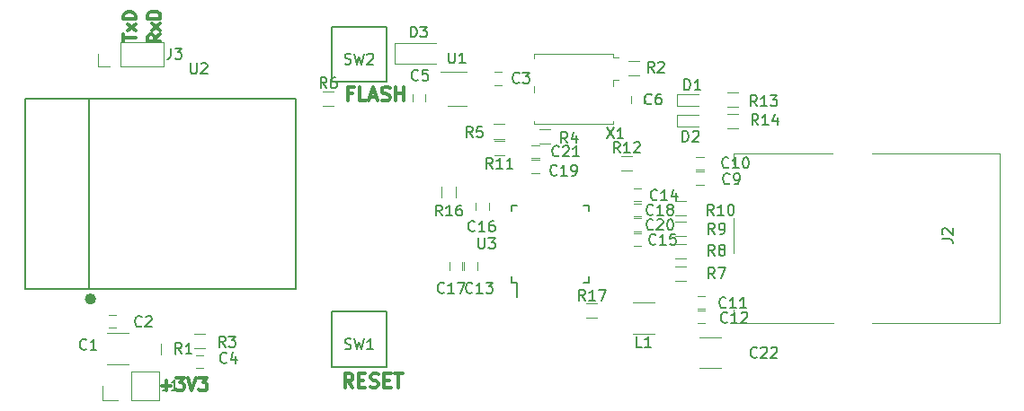
<source format=gbr>
G04 #@! TF.FileFunction,Legend,Top*
%FSLAX46Y46*%
G04 Gerber Fmt 4.6, Leading zero omitted, Abs format (unit mm)*
G04 Created by KiCad (PCBNEW 4.0.6) date Sat Oct 21 15:15:02 2017*
%MOMM*%
%LPD*%
G01*
G04 APERTURE LIST*
%ADD10C,0.100000*%
%ADD11C,0.300000*%
%ADD12C,0.120000*%
%ADD13C,0.150000*%
%ADD14C,0.500000*%
G04 APERTURE END LIST*
D10*
D11*
X93082857Y-75834285D02*
X92511429Y-76234285D01*
X93082857Y-76520000D02*
X91882857Y-76520000D01*
X91882857Y-76062857D01*
X91940000Y-75948571D01*
X91997143Y-75891428D01*
X92111429Y-75834285D01*
X92282857Y-75834285D01*
X92397143Y-75891428D01*
X92454286Y-75948571D01*
X92511429Y-76062857D01*
X92511429Y-76520000D01*
X93082857Y-75434285D02*
X92282857Y-74805714D01*
X92282857Y-75434285D02*
X93082857Y-74805714D01*
X93082857Y-74348571D02*
X91882857Y-74348571D01*
X91882857Y-74062856D01*
X91940000Y-73891428D01*
X92054286Y-73777142D01*
X92168571Y-73719999D01*
X92397143Y-73662856D01*
X92568571Y-73662856D01*
X92797143Y-73719999D01*
X92911429Y-73777142D01*
X93025714Y-73891428D01*
X93082857Y-74062856D01*
X93082857Y-74348571D01*
X89572857Y-76458571D02*
X89572857Y-75772857D01*
X90772857Y-76115714D02*
X89572857Y-76115714D01*
X90772857Y-75487142D02*
X89972857Y-74858571D01*
X89972857Y-75487142D02*
X90772857Y-74858571D01*
X90772857Y-74401428D02*
X89572857Y-74401428D01*
X89572857Y-74115713D01*
X89630000Y-73944285D01*
X89744286Y-73829999D01*
X89858571Y-73772856D01*
X90087143Y-73715713D01*
X90258571Y-73715713D01*
X90487143Y-73772856D01*
X90601429Y-73829999D01*
X90715714Y-73944285D01*
X90772857Y-74115713D01*
X90772857Y-74401428D01*
X93185715Y-108985714D02*
X94100001Y-108985714D01*
X93642858Y-109442857D02*
X93642858Y-108528571D01*
X94557144Y-108242857D02*
X95300001Y-108242857D01*
X94900001Y-108700000D01*
X95071429Y-108700000D01*
X95185715Y-108757143D01*
X95242858Y-108814286D01*
X95300001Y-108928571D01*
X95300001Y-109214286D01*
X95242858Y-109328571D01*
X95185715Y-109385714D01*
X95071429Y-109442857D01*
X94728572Y-109442857D01*
X94614286Y-109385714D01*
X94557144Y-109328571D01*
X95642858Y-108242857D02*
X96042858Y-109442857D01*
X96442858Y-108242857D01*
X96728572Y-108242857D02*
X97471429Y-108242857D01*
X97071429Y-108700000D01*
X97242857Y-108700000D01*
X97357143Y-108757143D01*
X97414286Y-108814286D01*
X97471429Y-108928571D01*
X97471429Y-109214286D01*
X97414286Y-109328571D01*
X97357143Y-109385714D01*
X97242857Y-109442857D01*
X96900000Y-109442857D01*
X96785714Y-109385714D01*
X96728572Y-109328571D01*
X111152381Y-81427143D02*
X110719048Y-81427143D01*
X110719048Y-82108095D02*
X110719048Y-80808095D01*
X111338095Y-80808095D01*
X112452381Y-82108095D02*
X111833334Y-82108095D01*
X111833334Y-80808095D01*
X112823810Y-81736667D02*
X113442858Y-81736667D01*
X112700001Y-82108095D02*
X113133334Y-80808095D01*
X113566667Y-82108095D01*
X113938096Y-82046190D02*
X114123810Y-82108095D01*
X114433334Y-82108095D01*
X114557144Y-82046190D01*
X114619048Y-81984286D01*
X114680953Y-81860476D01*
X114680953Y-81736667D01*
X114619048Y-81612857D01*
X114557144Y-81550952D01*
X114433334Y-81489048D01*
X114185715Y-81427143D01*
X114061906Y-81365238D01*
X114000001Y-81303333D01*
X113938096Y-81179524D01*
X113938096Y-81055714D01*
X114000001Y-80931905D01*
X114061906Y-80870000D01*
X114185715Y-80808095D01*
X114495239Y-80808095D01*
X114680953Y-80870000D01*
X115238096Y-82108095D02*
X115238096Y-80808095D01*
X115238096Y-81427143D02*
X115980953Y-81427143D01*
X115980953Y-82108095D02*
X115980953Y-80808095D01*
X111191906Y-109138095D02*
X110758573Y-108519048D01*
X110449049Y-109138095D02*
X110449049Y-107838095D01*
X110944287Y-107838095D01*
X111068096Y-107900000D01*
X111130001Y-107961905D01*
X111191906Y-108085714D01*
X111191906Y-108271429D01*
X111130001Y-108395238D01*
X111068096Y-108457143D01*
X110944287Y-108519048D01*
X110449049Y-108519048D01*
X111749049Y-108457143D02*
X112182382Y-108457143D01*
X112368096Y-109138095D02*
X111749049Y-109138095D01*
X111749049Y-107838095D01*
X112368096Y-107838095D01*
X112863334Y-109076190D02*
X113049048Y-109138095D01*
X113358572Y-109138095D01*
X113482382Y-109076190D01*
X113544286Y-109014286D01*
X113606191Y-108890476D01*
X113606191Y-108766667D01*
X113544286Y-108642857D01*
X113482382Y-108580952D01*
X113358572Y-108519048D01*
X113110953Y-108457143D01*
X112987144Y-108395238D01*
X112925239Y-108333333D01*
X112863334Y-108209524D01*
X112863334Y-108085714D01*
X112925239Y-107961905D01*
X112987144Y-107900000D01*
X113110953Y-107838095D01*
X113420477Y-107838095D01*
X113606191Y-107900000D01*
X114163334Y-108457143D02*
X114596667Y-108457143D01*
X114782381Y-109138095D02*
X114163334Y-109138095D01*
X114163334Y-107838095D01*
X114782381Y-107838095D01*
X115153810Y-107838095D02*
X115896667Y-107838095D01*
X115525238Y-109138095D02*
X115525238Y-107838095D01*
D12*
X135700000Y-84000000D02*
X135700000Y-84300000D01*
X135700000Y-84300000D02*
X128300000Y-84300000D01*
X128300000Y-84300000D02*
X128300000Y-84000000D01*
X136200000Y-78000000D02*
X135700000Y-78000000D01*
X135700000Y-78000000D02*
X135700000Y-77700000D01*
X135700000Y-77700000D02*
X128300000Y-77700000D01*
X128300000Y-77800000D02*
X128300000Y-78100000D01*
X136200000Y-80100000D02*
X135700000Y-80100000D01*
X135700000Y-80100000D02*
X135700000Y-80700000D01*
X128300000Y-81300000D02*
X128300000Y-80700000D01*
X129787200Y-86156940D02*
X128787200Y-86156940D01*
X128787200Y-84796940D02*
X129787200Y-84796940D01*
X88050000Y-106980000D02*
X90050000Y-106980000D01*
X90050000Y-104020000D02*
X88050000Y-104020000D01*
X88900000Y-103500000D02*
X88200000Y-103500000D01*
X88200000Y-102300000D02*
X88900000Y-102300000D01*
X124550000Y-79400000D02*
X125250000Y-79400000D01*
X125250000Y-80600000D02*
X124550000Y-80600000D01*
X96450000Y-106100000D02*
X97150000Y-106100000D01*
X97150000Y-107300000D02*
X96450000Y-107300000D01*
X118000000Y-81450000D02*
X118000000Y-82150000D01*
X116800000Y-82150000D02*
X116800000Y-81450000D01*
X138600000Y-81650000D02*
X138600000Y-82350000D01*
X137400000Y-82350000D02*
X137400000Y-81650000D01*
X143550000Y-88800000D02*
X144250000Y-88800000D01*
X144250000Y-90000000D02*
X143550000Y-90000000D01*
X143550000Y-87400000D02*
X144250000Y-87400000D01*
X144250000Y-88600000D02*
X143550000Y-88600000D01*
X143650000Y-100500000D02*
X144350000Y-100500000D01*
X144350000Y-101700000D02*
X143650000Y-101700000D01*
X143650000Y-101900000D02*
X144350000Y-101900000D01*
X144350000Y-103100000D02*
X143650000Y-103100000D01*
X121700000Y-98050000D02*
X121700000Y-97350000D01*
X122900000Y-97350000D02*
X122900000Y-98050000D01*
X138350000Y-91600000D02*
X137650000Y-91600000D01*
X137650000Y-90400000D02*
X138350000Y-90400000D01*
X138350000Y-95800000D02*
X137650000Y-95800000D01*
X137650000Y-94600000D02*
X138350000Y-94600000D01*
X124000000Y-91750000D02*
X124000000Y-92450000D01*
X122800000Y-92450000D02*
X122800000Y-91750000D01*
X120300000Y-98050000D02*
X120300000Y-97350000D01*
X121500000Y-97350000D02*
X121500000Y-98050000D01*
X137650000Y-91800000D02*
X138350000Y-91800000D01*
X138350000Y-93000000D02*
X137650000Y-93000000D01*
X128750000Y-88900000D02*
X128050000Y-88900000D01*
X128050000Y-87700000D02*
X128750000Y-87700000D01*
X128750000Y-87500000D02*
X128050000Y-87500000D01*
X128050000Y-86300000D02*
X128750000Y-86300000D01*
X145860000Y-107350000D02*
X143860000Y-107350000D01*
X143860000Y-104390000D02*
X145860000Y-104390000D01*
X141700000Y-81450000D02*
X141700000Y-82550000D01*
X141700000Y-82550000D02*
X143800000Y-82550000D01*
X141700000Y-81450000D02*
X143800000Y-81450000D01*
X141700000Y-83450000D02*
X141700000Y-84550000D01*
X141700000Y-84550000D02*
X143800000Y-84550000D01*
X141700000Y-83450000D02*
X143800000Y-83450000D01*
X90320000Y-110390000D02*
X92980000Y-110390000D01*
X92980000Y-110390000D02*
X92980000Y-107610000D01*
X92980000Y-107610000D02*
X90320000Y-107610000D01*
X90320000Y-107610000D02*
X90320000Y-110390000D01*
X89050000Y-110390000D02*
X87660000Y-110390000D01*
X87660000Y-110390000D02*
X87660000Y-109000000D01*
X89300000Y-78820000D02*
X93420000Y-78820000D01*
X93420000Y-78820000D02*
X93420000Y-76580000D01*
X93420000Y-76580000D02*
X89300000Y-76580000D01*
X89300000Y-76580000D02*
X89300000Y-78820000D01*
X88300000Y-78820000D02*
X87180000Y-78820000D01*
X87180000Y-78820000D02*
X87180000Y-77700000D01*
X137600000Y-101120000D02*
X139600000Y-101120000D01*
X139600000Y-104080000D02*
X137600000Y-104080000D01*
X93120000Y-106000000D02*
X93120000Y-105000000D01*
X94480000Y-105000000D02*
X94480000Y-106000000D01*
X138200000Y-79680000D02*
X137200000Y-79680000D01*
X137200000Y-78320000D02*
X138200000Y-78320000D01*
X97300000Y-105480000D02*
X96300000Y-105480000D01*
X96300000Y-104120000D02*
X97300000Y-104120000D01*
X125500000Y-85680000D02*
X124500000Y-85680000D01*
X124500000Y-84320000D02*
X125500000Y-84320000D01*
X109400000Y-82580000D02*
X108400000Y-82580000D01*
X108400000Y-81220000D02*
X109400000Y-81220000D01*
X142600000Y-99080000D02*
X141600000Y-99080000D01*
X141600000Y-97720000D02*
X142600000Y-97720000D01*
X142600000Y-96980000D02*
X141600000Y-96980000D01*
X141600000Y-95620000D02*
X142600000Y-95620000D01*
X142600000Y-94880000D02*
X141600000Y-94880000D01*
X141600000Y-93520000D02*
X142600000Y-93520000D01*
X142600000Y-92880000D02*
X141600000Y-92880000D01*
X141600000Y-91520000D02*
X142600000Y-91520000D01*
X124508000Y-85912000D02*
X125508000Y-85912000D01*
X125508000Y-87272000D02*
X124508000Y-87272000D01*
X137500000Y-88680000D02*
X136500000Y-88680000D01*
X136500000Y-87320000D02*
X137500000Y-87320000D01*
X146500000Y-81320000D02*
X147500000Y-81320000D01*
X147500000Y-82680000D02*
X146500000Y-82680000D01*
X146500000Y-83320000D02*
X147500000Y-83320000D01*
X147500000Y-84680000D02*
X146500000Y-84680000D01*
D13*
X109200000Y-102000000D02*
X114400000Y-102000000D01*
X114400000Y-102000000D02*
X114400000Y-107200000D01*
X114400000Y-107200000D02*
X109200000Y-107200000D01*
X109200000Y-107200000D02*
X109200000Y-102000000D01*
X109200000Y-75100000D02*
X114400000Y-75100000D01*
X114400000Y-75100000D02*
X114400000Y-80300000D01*
X114400000Y-80300000D02*
X109200000Y-80300000D01*
X109200000Y-80300000D02*
X109200000Y-75100000D01*
D12*
X120100000Y-82610000D02*
X121900000Y-82610000D01*
X121900000Y-79390000D02*
X119450000Y-79390000D01*
D14*
X86779981Y-100806000D02*
G75*
G03X86779981Y-100806000I-283981J0D01*
G01*
D13*
X86350000Y-81900000D02*
X86350000Y-99900000D01*
X80350000Y-99900000D02*
X105850000Y-99900000D01*
X80350000Y-81900000D02*
X105850000Y-81900000D01*
X105850000Y-81900000D02*
X105850000Y-99900000D01*
X80350000Y-81900000D02*
X80350000Y-99900000D01*
X126175000Y-99225000D02*
X126625000Y-99225000D01*
X126175000Y-91975000D02*
X126700000Y-91975000D01*
X133425000Y-91975000D02*
X132900000Y-91975000D01*
X133425000Y-99225000D02*
X132900000Y-99225000D01*
X126175000Y-99225000D02*
X126175000Y-98700000D01*
X133425000Y-99225000D02*
X133425000Y-98700000D01*
X133425000Y-91975000D02*
X133425000Y-92500000D01*
X126175000Y-91975000D02*
X126175000Y-92500000D01*
X126625000Y-99225000D02*
X126625000Y-100600000D01*
D12*
X137650000Y-93200000D02*
X138350000Y-93200000D01*
X138350000Y-94400000D02*
X137650000Y-94400000D01*
X120930000Y-90200000D02*
X120930000Y-91200000D01*
X119570000Y-91200000D02*
X119570000Y-90200000D01*
X134220000Y-102610000D02*
X133220000Y-102610000D01*
X133220000Y-101250000D02*
X134220000Y-101250000D01*
X115140000Y-76650000D02*
X115140000Y-78650000D01*
X115140000Y-78650000D02*
X119040000Y-78650000D01*
X115140000Y-76650000D02*
X119040000Y-76650000D01*
X172070000Y-87060000D02*
X160130000Y-87060000D01*
X147050000Y-87060000D02*
X156350000Y-87060000D01*
X172070000Y-103060000D02*
X160130000Y-103060000D01*
X147050000Y-103060000D02*
X156430000Y-103060000D01*
X147050000Y-87060000D02*
X147050000Y-88080000D01*
X147050000Y-96460000D02*
X147050000Y-93160000D01*
X147050000Y-103060000D02*
X147050000Y-101790000D01*
X172110000Y-103060000D02*
X172110000Y-87060000D01*
D13*
X135120476Y-84647381D02*
X135787143Y-85647381D01*
X135787143Y-84647381D02*
X135120476Y-85647381D01*
X136691905Y-85647381D02*
X136120476Y-85647381D01*
X136406190Y-85647381D02*
X136406190Y-84647381D01*
X136310952Y-84790238D01*
X136215714Y-84885476D01*
X136120476Y-84933095D01*
X131414534Y-86076321D02*
X131081200Y-85600130D01*
X130843105Y-86076321D02*
X130843105Y-85076321D01*
X131224058Y-85076321D01*
X131319296Y-85123940D01*
X131366915Y-85171559D01*
X131414534Y-85266797D01*
X131414534Y-85409654D01*
X131366915Y-85504892D01*
X131319296Y-85552511D01*
X131224058Y-85600130D01*
X130843105Y-85600130D01*
X132271677Y-85409654D02*
X132271677Y-86076321D01*
X132033581Y-85028702D02*
X131795486Y-85742988D01*
X132414534Y-85742988D01*
X86106334Y-105491143D02*
X86058715Y-105538762D01*
X85915858Y-105586381D01*
X85820620Y-105586381D01*
X85677762Y-105538762D01*
X85582524Y-105443524D01*
X85534905Y-105348286D01*
X85487286Y-105157810D01*
X85487286Y-105014952D01*
X85534905Y-104824476D01*
X85582524Y-104729238D01*
X85677762Y-104634000D01*
X85820620Y-104586381D01*
X85915858Y-104586381D01*
X86058715Y-104634000D01*
X86106334Y-104681619D01*
X87058715Y-105586381D02*
X86487286Y-105586381D01*
X86773000Y-105586381D02*
X86773000Y-104586381D01*
X86677762Y-104729238D01*
X86582524Y-104824476D01*
X86487286Y-104872095D01*
X91313334Y-103332143D02*
X91265715Y-103379762D01*
X91122858Y-103427381D01*
X91027620Y-103427381D01*
X90884762Y-103379762D01*
X90789524Y-103284524D01*
X90741905Y-103189286D01*
X90694286Y-102998810D01*
X90694286Y-102855952D01*
X90741905Y-102665476D01*
X90789524Y-102570238D01*
X90884762Y-102475000D01*
X91027620Y-102427381D01*
X91122858Y-102427381D01*
X91265715Y-102475000D01*
X91313334Y-102522619D01*
X91694286Y-102522619D02*
X91741905Y-102475000D01*
X91837143Y-102427381D01*
X92075239Y-102427381D01*
X92170477Y-102475000D01*
X92218096Y-102522619D01*
X92265715Y-102617857D01*
X92265715Y-102713095D01*
X92218096Y-102855952D01*
X91646667Y-103427381D01*
X92265715Y-103427381D01*
X126873334Y-80345143D02*
X126825715Y-80392762D01*
X126682858Y-80440381D01*
X126587620Y-80440381D01*
X126444762Y-80392762D01*
X126349524Y-80297524D01*
X126301905Y-80202286D01*
X126254286Y-80011810D01*
X126254286Y-79868952D01*
X126301905Y-79678476D01*
X126349524Y-79583238D01*
X126444762Y-79488000D01*
X126587620Y-79440381D01*
X126682858Y-79440381D01*
X126825715Y-79488000D01*
X126873334Y-79535619D01*
X127206667Y-79440381D02*
X127825715Y-79440381D01*
X127492381Y-79821333D01*
X127635239Y-79821333D01*
X127730477Y-79868952D01*
X127778096Y-79916571D01*
X127825715Y-80011810D01*
X127825715Y-80249905D01*
X127778096Y-80345143D01*
X127730477Y-80392762D01*
X127635239Y-80440381D01*
X127349524Y-80440381D01*
X127254286Y-80392762D01*
X127206667Y-80345143D01*
X99314334Y-106761143D02*
X99266715Y-106808762D01*
X99123858Y-106856381D01*
X99028620Y-106856381D01*
X98885762Y-106808762D01*
X98790524Y-106713524D01*
X98742905Y-106618286D01*
X98695286Y-106427810D01*
X98695286Y-106284952D01*
X98742905Y-106094476D01*
X98790524Y-105999238D01*
X98885762Y-105904000D01*
X99028620Y-105856381D01*
X99123858Y-105856381D01*
X99266715Y-105904000D01*
X99314334Y-105951619D01*
X100171477Y-106189714D02*
X100171477Y-106856381D01*
X99933381Y-105808762D02*
X99695286Y-106523048D01*
X100314334Y-106523048D01*
X117348334Y-80091143D02*
X117300715Y-80138762D01*
X117157858Y-80186381D01*
X117062620Y-80186381D01*
X116919762Y-80138762D01*
X116824524Y-80043524D01*
X116776905Y-79948286D01*
X116729286Y-79757810D01*
X116729286Y-79614952D01*
X116776905Y-79424476D01*
X116824524Y-79329238D01*
X116919762Y-79234000D01*
X117062620Y-79186381D01*
X117157858Y-79186381D01*
X117300715Y-79234000D01*
X117348334Y-79281619D01*
X118253096Y-79186381D02*
X117776905Y-79186381D01*
X117729286Y-79662571D01*
X117776905Y-79614952D01*
X117872143Y-79567333D01*
X118110239Y-79567333D01*
X118205477Y-79614952D01*
X118253096Y-79662571D01*
X118300715Y-79757810D01*
X118300715Y-79995905D01*
X118253096Y-80091143D01*
X118205477Y-80138762D01*
X118110239Y-80186381D01*
X117872143Y-80186381D01*
X117776905Y-80138762D01*
X117729286Y-80091143D01*
X139333334Y-82357143D02*
X139285715Y-82404762D01*
X139142858Y-82452381D01*
X139047620Y-82452381D01*
X138904762Y-82404762D01*
X138809524Y-82309524D01*
X138761905Y-82214286D01*
X138714286Y-82023810D01*
X138714286Y-81880952D01*
X138761905Y-81690476D01*
X138809524Y-81595238D01*
X138904762Y-81500000D01*
X139047620Y-81452381D01*
X139142858Y-81452381D01*
X139285715Y-81500000D01*
X139333334Y-81547619D01*
X140190477Y-81452381D02*
X140000000Y-81452381D01*
X139904762Y-81500000D01*
X139857143Y-81547619D01*
X139761905Y-81690476D01*
X139714286Y-81880952D01*
X139714286Y-82261905D01*
X139761905Y-82357143D01*
X139809524Y-82404762D01*
X139904762Y-82452381D01*
X140095239Y-82452381D01*
X140190477Y-82404762D01*
X140238096Y-82357143D01*
X140285715Y-82261905D01*
X140285715Y-82023810D01*
X140238096Y-81928571D01*
X140190477Y-81880952D01*
X140095239Y-81833333D01*
X139904762Y-81833333D01*
X139809524Y-81880952D01*
X139761905Y-81928571D01*
X139714286Y-82023810D01*
X146685334Y-89870143D02*
X146637715Y-89917762D01*
X146494858Y-89965381D01*
X146399620Y-89965381D01*
X146256762Y-89917762D01*
X146161524Y-89822524D01*
X146113905Y-89727286D01*
X146066286Y-89536810D01*
X146066286Y-89393952D01*
X146113905Y-89203476D01*
X146161524Y-89108238D01*
X146256762Y-89013000D01*
X146399620Y-88965381D01*
X146494858Y-88965381D01*
X146637715Y-89013000D01*
X146685334Y-89060619D01*
X147161524Y-89965381D02*
X147352000Y-89965381D01*
X147447239Y-89917762D01*
X147494858Y-89870143D01*
X147590096Y-89727286D01*
X147637715Y-89536810D01*
X147637715Y-89155857D01*
X147590096Y-89060619D01*
X147542477Y-89013000D01*
X147447239Y-88965381D01*
X147256762Y-88965381D01*
X147161524Y-89013000D01*
X147113905Y-89060619D01*
X147066286Y-89155857D01*
X147066286Y-89393952D01*
X147113905Y-89489190D01*
X147161524Y-89536810D01*
X147256762Y-89584429D01*
X147447239Y-89584429D01*
X147542477Y-89536810D01*
X147590096Y-89489190D01*
X147637715Y-89393952D01*
X146590143Y-88346143D02*
X146542524Y-88393762D01*
X146399667Y-88441381D01*
X146304429Y-88441381D01*
X146161571Y-88393762D01*
X146066333Y-88298524D01*
X146018714Y-88203286D01*
X145971095Y-88012810D01*
X145971095Y-87869952D01*
X146018714Y-87679476D01*
X146066333Y-87584238D01*
X146161571Y-87489000D01*
X146304429Y-87441381D01*
X146399667Y-87441381D01*
X146542524Y-87489000D01*
X146590143Y-87536619D01*
X147542524Y-88441381D02*
X146971095Y-88441381D01*
X147256809Y-88441381D02*
X147256809Y-87441381D01*
X147161571Y-87584238D01*
X147066333Y-87679476D01*
X146971095Y-87727095D01*
X148161571Y-87441381D02*
X148256810Y-87441381D01*
X148352048Y-87489000D01*
X148399667Y-87536619D01*
X148447286Y-87631857D01*
X148494905Y-87822333D01*
X148494905Y-88060429D01*
X148447286Y-88250905D01*
X148399667Y-88346143D01*
X148352048Y-88393762D01*
X148256810Y-88441381D01*
X148161571Y-88441381D01*
X148066333Y-88393762D01*
X148018714Y-88346143D01*
X147971095Y-88250905D01*
X147923476Y-88060429D01*
X147923476Y-87822333D01*
X147971095Y-87631857D01*
X148018714Y-87536619D01*
X148066333Y-87489000D01*
X148161571Y-87441381D01*
X146336143Y-101554143D02*
X146288524Y-101601762D01*
X146145667Y-101649381D01*
X146050429Y-101649381D01*
X145907571Y-101601762D01*
X145812333Y-101506524D01*
X145764714Y-101411286D01*
X145717095Y-101220810D01*
X145717095Y-101077952D01*
X145764714Y-100887476D01*
X145812333Y-100792238D01*
X145907571Y-100697000D01*
X146050429Y-100649381D01*
X146145667Y-100649381D01*
X146288524Y-100697000D01*
X146336143Y-100744619D01*
X147288524Y-101649381D02*
X146717095Y-101649381D01*
X147002809Y-101649381D02*
X147002809Y-100649381D01*
X146907571Y-100792238D01*
X146812333Y-100887476D01*
X146717095Y-100935095D01*
X148240905Y-101649381D02*
X147669476Y-101649381D01*
X147955190Y-101649381D02*
X147955190Y-100649381D01*
X147859952Y-100792238D01*
X147764714Y-100887476D01*
X147669476Y-100935095D01*
X146463143Y-102951143D02*
X146415524Y-102998762D01*
X146272667Y-103046381D01*
X146177429Y-103046381D01*
X146034571Y-102998762D01*
X145939333Y-102903524D01*
X145891714Y-102808286D01*
X145844095Y-102617810D01*
X145844095Y-102474952D01*
X145891714Y-102284476D01*
X145939333Y-102189238D01*
X146034571Y-102094000D01*
X146177429Y-102046381D01*
X146272667Y-102046381D01*
X146415524Y-102094000D01*
X146463143Y-102141619D01*
X147415524Y-103046381D02*
X146844095Y-103046381D01*
X147129809Y-103046381D02*
X147129809Y-102046381D01*
X147034571Y-102189238D01*
X146939333Y-102284476D01*
X146844095Y-102332095D01*
X147796476Y-102141619D02*
X147844095Y-102094000D01*
X147939333Y-102046381D01*
X148177429Y-102046381D01*
X148272667Y-102094000D01*
X148320286Y-102141619D01*
X148367905Y-102236857D01*
X148367905Y-102332095D01*
X148320286Y-102474952D01*
X147748857Y-103046381D01*
X148367905Y-103046381D01*
X122460143Y-100157143D02*
X122412524Y-100204762D01*
X122269667Y-100252381D01*
X122174429Y-100252381D01*
X122031571Y-100204762D01*
X121936333Y-100109524D01*
X121888714Y-100014286D01*
X121841095Y-99823810D01*
X121841095Y-99680952D01*
X121888714Y-99490476D01*
X121936333Y-99395238D01*
X122031571Y-99300000D01*
X122174429Y-99252381D01*
X122269667Y-99252381D01*
X122412524Y-99300000D01*
X122460143Y-99347619D01*
X123412524Y-100252381D02*
X122841095Y-100252381D01*
X123126809Y-100252381D02*
X123126809Y-99252381D01*
X123031571Y-99395238D01*
X122936333Y-99490476D01*
X122841095Y-99538095D01*
X123745857Y-99252381D02*
X124364905Y-99252381D01*
X124031571Y-99633333D01*
X124174429Y-99633333D01*
X124269667Y-99680952D01*
X124317286Y-99728571D01*
X124364905Y-99823810D01*
X124364905Y-100061905D01*
X124317286Y-100157143D01*
X124269667Y-100204762D01*
X124174429Y-100252381D01*
X123888714Y-100252381D01*
X123793476Y-100204762D01*
X123745857Y-100157143D01*
X139859143Y-91394143D02*
X139811524Y-91441762D01*
X139668667Y-91489381D01*
X139573429Y-91489381D01*
X139430571Y-91441762D01*
X139335333Y-91346524D01*
X139287714Y-91251286D01*
X139240095Y-91060810D01*
X139240095Y-90917952D01*
X139287714Y-90727476D01*
X139335333Y-90632238D01*
X139430571Y-90537000D01*
X139573429Y-90489381D01*
X139668667Y-90489381D01*
X139811524Y-90537000D01*
X139859143Y-90584619D01*
X140811524Y-91489381D02*
X140240095Y-91489381D01*
X140525809Y-91489381D02*
X140525809Y-90489381D01*
X140430571Y-90632238D01*
X140335333Y-90727476D01*
X140240095Y-90775095D01*
X141668667Y-90822714D02*
X141668667Y-91489381D01*
X141430571Y-90441762D02*
X141192476Y-91156048D01*
X141811524Y-91156048D01*
X139732143Y-95585143D02*
X139684524Y-95632762D01*
X139541667Y-95680381D01*
X139446429Y-95680381D01*
X139303571Y-95632762D01*
X139208333Y-95537524D01*
X139160714Y-95442286D01*
X139113095Y-95251810D01*
X139113095Y-95108952D01*
X139160714Y-94918476D01*
X139208333Y-94823238D01*
X139303571Y-94728000D01*
X139446429Y-94680381D01*
X139541667Y-94680381D01*
X139684524Y-94728000D01*
X139732143Y-94775619D01*
X140684524Y-95680381D02*
X140113095Y-95680381D01*
X140398809Y-95680381D02*
X140398809Y-94680381D01*
X140303571Y-94823238D01*
X140208333Y-94918476D01*
X140113095Y-94966095D01*
X141589286Y-94680381D02*
X141113095Y-94680381D01*
X141065476Y-95156571D01*
X141113095Y-95108952D01*
X141208333Y-95061333D01*
X141446429Y-95061333D01*
X141541667Y-95108952D01*
X141589286Y-95156571D01*
X141636905Y-95251810D01*
X141636905Y-95489905D01*
X141589286Y-95585143D01*
X141541667Y-95632762D01*
X141446429Y-95680381D01*
X141208333Y-95680381D01*
X141113095Y-95632762D01*
X141065476Y-95585143D01*
X122683663Y-94348163D02*
X122636044Y-94395782D01*
X122493187Y-94443401D01*
X122397949Y-94443401D01*
X122255091Y-94395782D01*
X122159853Y-94300544D01*
X122112234Y-94205306D01*
X122064615Y-94014830D01*
X122064615Y-93871972D01*
X122112234Y-93681496D01*
X122159853Y-93586258D01*
X122255091Y-93491020D01*
X122397949Y-93443401D01*
X122493187Y-93443401D01*
X122636044Y-93491020D01*
X122683663Y-93538639D01*
X123636044Y-94443401D02*
X123064615Y-94443401D01*
X123350329Y-94443401D02*
X123350329Y-93443401D01*
X123255091Y-93586258D01*
X123159853Y-93681496D01*
X123064615Y-93729115D01*
X124493187Y-93443401D02*
X124302710Y-93443401D01*
X124207472Y-93491020D01*
X124159853Y-93538639D01*
X124064615Y-93681496D01*
X124016996Y-93871972D01*
X124016996Y-94252925D01*
X124064615Y-94348163D01*
X124112234Y-94395782D01*
X124207472Y-94443401D01*
X124397949Y-94443401D01*
X124493187Y-94395782D01*
X124540806Y-94348163D01*
X124588425Y-94252925D01*
X124588425Y-94014830D01*
X124540806Y-93919591D01*
X124493187Y-93871972D01*
X124397949Y-93824353D01*
X124207472Y-93824353D01*
X124112234Y-93871972D01*
X124064615Y-93919591D01*
X124016996Y-94014830D01*
X119793143Y-100157143D02*
X119745524Y-100204762D01*
X119602667Y-100252381D01*
X119507429Y-100252381D01*
X119364571Y-100204762D01*
X119269333Y-100109524D01*
X119221714Y-100014286D01*
X119174095Y-99823810D01*
X119174095Y-99680952D01*
X119221714Y-99490476D01*
X119269333Y-99395238D01*
X119364571Y-99300000D01*
X119507429Y-99252381D01*
X119602667Y-99252381D01*
X119745524Y-99300000D01*
X119793143Y-99347619D01*
X120745524Y-100252381D02*
X120174095Y-100252381D01*
X120459809Y-100252381D02*
X120459809Y-99252381D01*
X120364571Y-99395238D01*
X120269333Y-99490476D01*
X120174095Y-99538095D01*
X121078857Y-99252381D02*
X121745524Y-99252381D01*
X121316952Y-100252381D01*
X139478143Y-92791143D02*
X139430524Y-92838762D01*
X139287667Y-92886381D01*
X139192429Y-92886381D01*
X139049571Y-92838762D01*
X138954333Y-92743524D01*
X138906714Y-92648286D01*
X138859095Y-92457810D01*
X138859095Y-92314952D01*
X138906714Y-92124476D01*
X138954333Y-92029238D01*
X139049571Y-91934000D01*
X139192429Y-91886381D01*
X139287667Y-91886381D01*
X139430524Y-91934000D01*
X139478143Y-91981619D01*
X140430524Y-92886381D02*
X139859095Y-92886381D01*
X140144809Y-92886381D02*
X140144809Y-91886381D01*
X140049571Y-92029238D01*
X139954333Y-92124476D01*
X139859095Y-92172095D01*
X141001952Y-92314952D02*
X140906714Y-92267333D01*
X140859095Y-92219714D01*
X140811476Y-92124476D01*
X140811476Y-92076857D01*
X140859095Y-91981619D01*
X140906714Y-91934000D01*
X141001952Y-91886381D01*
X141192429Y-91886381D01*
X141287667Y-91934000D01*
X141335286Y-91981619D01*
X141382905Y-92076857D01*
X141382905Y-92124476D01*
X141335286Y-92219714D01*
X141287667Y-92267333D01*
X141192429Y-92314952D01*
X141001952Y-92314952D01*
X140906714Y-92362571D01*
X140859095Y-92410190D01*
X140811476Y-92505429D01*
X140811476Y-92695905D01*
X140859095Y-92791143D01*
X140906714Y-92838762D01*
X141001952Y-92886381D01*
X141192429Y-92886381D01*
X141287667Y-92838762D01*
X141335286Y-92791143D01*
X141382905Y-92695905D01*
X141382905Y-92505429D01*
X141335286Y-92410190D01*
X141287667Y-92362571D01*
X141192429Y-92314952D01*
X130407143Y-89057143D02*
X130359524Y-89104762D01*
X130216667Y-89152381D01*
X130121429Y-89152381D01*
X129978571Y-89104762D01*
X129883333Y-89009524D01*
X129835714Y-88914286D01*
X129788095Y-88723810D01*
X129788095Y-88580952D01*
X129835714Y-88390476D01*
X129883333Y-88295238D01*
X129978571Y-88200000D01*
X130121429Y-88152381D01*
X130216667Y-88152381D01*
X130359524Y-88200000D01*
X130407143Y-88247619D01*
X131359524Y-89152381D02*
X130788095Y-89152381D01*
X131073809Y-89152381D02*
X131073809Y-88152381D01*
X130978571Y-88295238D01*
X130883333Y-88390476D01*
X130788095Y-88438095D01*
X131835714Y-89152381D02*
X132026190Y-89152381D01*
X132121429Y-89104762D01*
X132169048Y-89057143D01*
X132264286Y-88914286D01*
X132311905Y-88723810D01*
X132311905Y-88342857D01*
X132264286Y-88247619D01*
X132216667Y-88200000D01*
X132121429Y-88152381D01*
X131930952Y-88152381D01*
X131835714Y-88200000D01*
X131788095Y-88247619D01*
X131740476Y-88342857D01*
X131740476Y-88580952D01*
X131788095Y-88676190D01*
X131835714Y-88723810D01*
X131930952Y-88771429D01*
X132121429Y-88771429D01*
X132216667Y-88723810D01*
X132264286Y-88676190D01*
X132311905Y-88580952D01*
X130607143Y-87257143D02*
X130559524Y-87304762D01*
X130416667Y-87352381D01*
X130321429Y-87352381D01*
X130178571Y-87304762D01*
X130083333Y-87209524D01*
X130035714Y-87114286D01*
X129988095Y-86923810D01*
X129988095Y-86780952D01*
X130035714Y-86590476D01*
X130083333Y-86495238D01*
X130178571Y-86400000D01*
X130321429Y-86352381D01*
X130416667Y-86352381D01*
X130559524Y-86400000D01*
X130607143Y-86447619D01*
X130988095Y-86447619D02*
X131035714Y-86400000D01*
X131130952Y-86352381D01*
X131369048Y-86352381D01*
X131464286Y-86400000D01*
X131511905Y-86447619D01*
X131559524Y-86542857D01*
X131559524Y-86638095D01*
X131511905Y-86780952D01*
X130940476Y-87352381D01*
X131559524Y-87352381D01*
X132511905Y-87352381D02*
X131940476Y-87352381D01*
X132226190Y-87352381D02*
X132226190Y-86352381D01*
X132130952Y-86495238D01*
X132035714Y-86590476D01*
X131940476Y-86638095D01*
X149263143Y-106255143D02*
X149215524Y-106302762D01*
X149072667Y-106350381D01*
X148977429Y-106350381D01*
X148834571Y-106302762D01*
X148739333Y-106207524D01*
X148691714Y-106112286D01*
X148644095Y-105921810D01*
X148644095Y-105778952D01*
X148691714Y-105588476D01*
X148739333Y-105493238D01*
X148834571Y-105398000D01*
X148977429Y-105350381D01*
X149072667Y-105350381D01*
X149215524Y-105398000D01*
X149263143Y-105445619D01*
X149644095Y-105445619D02*
X149691714Y-105398000D01*
X149786952Y-105350381D01*
X150025048Y-105350381D01*
X150120286Y-105398000D01*
X150167905Y-105445619D01*
X150215524Y-105540857D01*
X150215524Y-105636095D01*
X150167905Y-105778952D01*
X149596476Y-106350381D01*
X150215524Y-106350381D01*
X150596476Y-105445619D02*
X150644095Y-105398000D01*
X150739333Y-105350381D01*
X150977429Y-105350381D01*
X151072667Y-105398000D01*
X151120286Y-105445619D01*
X151167905Y-105540857D01*
X151167905Y-105636095D01*
X151120286Y-105778952D01*
X150548857Y-106350381D01*
X151167905Y-106350381D01*
X142430905Y-81075381D02*
X142430905Y-80075381D01*
X142669000Y-80075381D01*
X142811858Y-80123000D01*
X142907096Y-80218238D01*
X142954715Y-80313476D01*
X143002334Y-80503952D01*
X143002334Y-80646810D01*
X142954715Y-80837286D01*
X142907096Y-80932524D01*
X142811858Y-81027762D01*
X142669000Y-81075381D01*
X142430905Y-81075381D01*
X143954715Y-81075381D02*
X143383286Y-81075381D01*
X143669000Y-81075381D02*
X143669000Y-80075381D01*
X143573762Y-80218238D01*
X143478524Y-80313476D01*
X143383286Y-80361095D01*
X142261905Y-85952381D02*
X142261905Y-84952381D01*
X142500000Y-84952381D01*
X142642858Y-85000000D01*
X142738096Y-85095238D01*
X142785715Y-85190476D01*
X142833334Y-85380952D01*
X142833334Y-85523810D01*
X142785715Y-85714286D01*
X142738096Y-85809524D01*
X142642858Y-85904762D01*
X142500000Y-85952381D01*
X142261905Y-85952381D01*
X143214286Y-85047619D02*
X143261905Y-85000000D01*
X143357143Y-84952381D01*
X143595239Y-84952381D01*
X143690477Y-85000000D01*
X143738096Y-85047619D01*
X143785715Y-85142857D01*
X143785715Y-85238095D01*
X143738096Y-85380952D01*
X143166667Y-85952381D01*
X143785715Y-85952381D01*
X93686667Y-108396381D02*
X93686667Y-109110667D01*
X93639047Y-109253524D01*
X93543809Y-109348762D01*
X93400952Y-109396381D01*
X93305714Y-109396381D01*
X94686667Y-109396381D02*
X94115238Y-109396381D01*
X94400952Y-109396381D02*
X94400952Y-108396381D01*
X94305714Y-108539238D01*
X94210476Y-108634476D01*
X94115238Y-108682095D01*
X94067667Y-77154381D02*
X94067667Y-77868667D01*
X94020047Y-78011524D01*
X93924809Y-78106762D01*
X93781952Y-78154381D01*
X93686714Y-78154381D01*
X94448619Y-77154381D02*
X95067667Y-77154381D01*
X94734333Y-77535333D01*
X94877191Y-77535333D01*
X94972429Y-77582952D01*
X95020048Y-77630571D01*
X95067667Y-77725810D01*
X95067667Y-77963905D01*
X95020048Y-78059143D01*
X94972429Y-78106762D01*
X94877191Y-78154381D01*
X94591476Y-78154381D01*
X94496238Y-78106762D01*
X94448619Y-78059143D01*
X138433334Y-105352381D02*
X137957143Y-105352381D01*
X137957143Y-104352381D01*
X139290477Y-105352381D02*
X138719048Y-105352381D01*
X139004762Y-105352381D02*
X139004762Y-104352381D01*
X138909524Y-104495238D01*
X138814286Y-104590476D01*
X138719048Y-104638095D01*
X95083334Y-105952381D02*
X94750000Y-105476190D01*
X94511905Y-105952381D02*
X94511905Y-104952381D01*
X94892858Y-104952381D01*
X94988096Y-105000000D01*
X95035715Y-105047619D01*
X95083334Y-105142857D01*
X95083334Y-105285714D01*
X95035715Y-105380952D01*
X94988096Y-105428571D01*
X94892858Y-105476190D01*
X94511905Y-105476190D01*
X96035715Y-105952381D02*
X95464286Y-105952381D01*
X95750000Y-105952381D02*
X95750000Y-104952381D01*
X95654762Y-105095238D01*
X95559524Y-105190476D01*
X95464286Y-105238095D01*
X139573334Y-79424381D02*
X139240000Y-78948190D01*
X139001905Y-79424381D02*
X139001905Y-78424381D01*
X139382858Y-78424381D01*
X139478096Y-78472000D01*
X139525715Y-78519619D01*
X139573334Y-78614857D01*
X139573334Y-78757714D01*
X139525715Y-78852952D01*
X139478096Y-78900571D01*
X139382858Y-78948190D01*
X139001905Y-78948190D01*
X139954286Y-78519619D02*
X140001905Y-78472000D01*
X140097143Y-78424381D01*
X140335239Y-78424381D01*
X140430477Y-78472000D01*
X140478096Y-78519619D01*
X140525715Y-78614857D01*
X140525715Y-78710095D01*
X140478096Y-78852952D01*
X139906667Y-79424381D01*
X140525715Y-79424381D01*
X99187334Y-105332381D02*
X98854000Y-104856190D01*
X98615905Y-105332381D02*
X98615905Y-104332381D01*
X98996858Y-104332381D01*
X99092096Y-104380000D01*
X99139715Y-104427619D01*
X99187334Y-104522857D01*
X99187334Y-104665714D01*
X99139715Y-104760952D01*
X99092096Y-104808571D01*
X98996858Y-104856190D01*
X98615905Y-104856190D01*
X99520667Y-104332381D02*
X100139715Y-104332381D01*
X99806381Y-104713333D01*
X99949239Y-104713333D01*
X100044477Y-104760952D01*
X100092096Y-104808571D01*
X100139715Y-104903810D01*
X100139715Y-105141905D01*
X100092096Y-105237143D01*
X100044477Y-105284762D01*
X99949239Y-105332381D01*
X99663524Y-105332381D01*
X99568286Y-105284762D01*
X99520667Y-105237143D01*
X122483334Y-85552381D02*
X122150000Y-85076190D01*
X121911905Y-85552381D02*
X121911905Y-84552381D01*
X122292858Y-84552381D01*
X122388096Y-84600000D01*
X122435715Y-84647619D01*
X122483334Y-84742857D01*
X122483334Y-84885714D01*
X122435715Y-84980952D01*
X122388096Y-85028571D01*
X122292858Y-85076190D01*
X121911905Y-85076190D01*
X123388096Y-84552381D02*
X122911905Y-84552381D01*
X122864286Y-85028571D01*
X122911905Y-84980952D01*
X123007143Y-84933333D01*
X123245239Y-84933333D01*
X123340477Y-84980952D01*
X123388096Y-85028571D01*
X123435715Y-85123810D01*
X123435715Y-85361905D01*
X123388096Y-85457143D01*
X123340477Y-85504762D01*
X123245239Y-85552381D01*
X123007143Y-85552381D01*
X122911905Y-85504762D01*
X122864286Y-85457143D01*
X108733334Y-80902381D02*
X108400000Y-80426190D01*
X108161905Y-80902381D02*
X108161905Y-79902381D01*
X108542858Y-79902381D01*
X108638096Y-79950000D01*
X108685715Y-79997619D01*
X108733334Y-80092857D01*
X108733334Y-80235714D01*
X108685715Y-80330952D01*
X108638096Y-80378571D01*
X108542858Y-80426190D01*
X108161905Y-80426190D01*
X109590477Y-79902381D02*
X109400000Y-79902381D01*
X109304762Y-79950000D01*
X109257143Y-79997619D01*
X109161905Y-80140476D01*
X109114286Y-80330952D01*
X109114286Y-80711905D01*
X109161905Y-80807143D01*
X109209524Y-80854762D01*
X109304762Y-80902381D01*
X109495239Y-80902381D01*
X109590477Y-80854762D01*
X109638096Y-80807143D01*
X109685715Y-80711905D01*
X109685715Y-80473810D01*
X109638096Y-80378571D01*
X109590477Y-80330952D01*
X109495239Y-80283333D01*
X109304762Y-80283333D01*
X109209524Y-80330952D01*
X109161905Y-80378571D01*
X109114286Y-80473810D01*
X145288334Y-98855381D02*
X144955000Y-98379190D01*
X144716905Y-98855381D02*
X144716905Y-97855381D01*
X145097858Y-97855381D01*
X145193096Y-97903000D01*
X145240715Y-97950619D01*
X145288334Y-98045857D01*
X145288334Y-98188714D01*
X145240715Y-98283952D01*
X145193096Y-98331571D01*
X145097858Y-98379190D01*
X144716905Y-98379190D01*
X145621667Y-97855381D02*
X146288334Y-97855381D01*
X145859762Y-98855381D01*
X145288334Y-96696381D02*
X144955000Y-96220190D01*
X144716905Y-96696381D02*
X144716905Y-95696381D01*
X145097858Y-95696381D01*
X145193096Y-95744000D01*
X145240715Y-95791619D01*
X145288334Y-95886857D01*
X145288334Y-96029714D01*
X145240715Y-96124952D01*
X145193096Y-96172571D01*
X145097858Y-96220190D01*
X144716905Y-96220190D01*
X145859762Y-96124952D02*
X145764524Y-96077333D01*
X145716905Y-96029714D01*
X145669286Y-95934476D01*
X145669286Y-95886857D01*
X145716905Y-95791619D01*
X145764524Y-95744000D01*
X145859762Y-95696381D01*
X146050239Y-95696381D01*
X146145477Y-95744000D01*
X146193096Y-95791619D01*
X146240715Y-95886857D01*
X146240715Y-95934476D01*
X146193096Y-96029714D01*
X146145477Y-96077333D01*
X146050239Y-96124952D01*
X145859762Y-96124952D01*
X145764524Y-96172571D01*
X145716905Y-96220190D01*
X145669286Y-96315429D01*
X145669286Y-96505905D01*
X145716905Y-96601143D01*
X145764524Y-96648762D01*
X145859762Y-96696381D01*
X146050239Y-96696381D01*
X146145477Y-96648762D01*
X146193096Y-96601143D01*
X146240715Y-96505905D01*
X146240715Y-96315429D01*
X146193096Y-96220190D01*
X146145477Y-96172571D01*
X146050239Y-96124952D01*
X145288334Y-94664381D02*
X144955000Y-94188190D01*
X144716905Y-94664381D02*
X144716905Y-93664381D01*
X145097858Y-93664381D01*
X145193096Y-93712000D01*
X145240715Y-93759619D01*
X145288334Y-93854857D01*
X145288334Y-93997714D01*
X145240715Y-94092952D01*
X145193096Y-94140571D01*
X145097858Y-94188190D01*
X144716905Y-94188190D01*
X145764524Y-94664381D02*
X145955000Y-94664381D01*
X146050239Y-94616762D01*
X146097858Y-94569143D01*
X146193096Y-94426286D01*
X146240715Y-94235810D01*
X146240715Y-93854857D01*
X146193096Y-93759619D01*
X146145477Y-93712000D01*
X146050239Y-93664381D01*
X145859762Y-93664381D01*
X145764524Y-93712000D01*
X145716905Y-93759619D01*
X145669286Y-93854857D01*
X145669286Y-94092952D01*
X145716905Y-94188190D01*
X145764524Y-94235810D01*
X145859762Y-94283429D01*
X146050239Y-94283429D01*
X146145477Y-94235810D01*
X146193096Y-94188190D01*
X146240715Y-94092952D01*
X145193143Y-92886381D02*
X144859809Y-92410190D01*
X144621714Y-92886381D02*
X144621714Y-91886381D01*
X145002667Y-91886381D01*
X145097905Y-91934000D01*
X145145524Y-91981619D01*
X145193143Y-92076857D01*
X145193143Y-92219714D01*
X145145524Y-92314952D01*
X145097905Y-92362571D01*
X145002667Y-92410190D01*
X144621714Y-92410190D01*
X146145524Y-92886381D02*
X145574095Y-92886381D01*
X145859809Y-92886381D02*
X145859809Y-91886381D01*
X145764571Y-92029238D01*
X145669333Y-92124476D01*
X145574095Y-92172095D01*
X146764571Y-91886381D02*
X146859810Y-91886381D01*
X146955048Y-91934000D01*
X147002667Y-91981619D01*
X147050286Y-92076857D01*
X147097905Y-92267333D01*
X147097905Y-92505429D01*
X147050286Y-92695905D01*
X147002667Y-92791143D01*
X146955048Y-92838762D01*
X146859810Y-92886381D01*
X146764571Y-92886381D01*
X146669333Y-92838762D01*
X146621714Y-92791143D01*
X146574095Y-92695905D01*
X146526476Y-92505429D01*
X146526476Y-92267333D01*
X146574095Y-92076857D01*
X146621714Y-91981619D01*
X146669333Y-91934000D01*
X146764571Y-91886381D01*
X124365143Y-88494381D02*
X124031809Y-88018190D01*
X123793714Y-88494381D02*
X123793714Y-87494381D01*
X124174667Y-87494381D01*
X124269905Y-87542000D01*
X124317524Y-87589619D01*
X124365143Y-87684857D01*
X124365143Y-87827714D01*
X124317524Y-87922952D01*
X124269905Y-87970571D01*
X124174667Y-88018190D01*
X123793714Y-88018190D01*
X125317524Y-88494381D02*
X124746095Y-88494381D01*
X125031809Y-88494381D02*
X125031809Y-87494381D01*
X124936571Y-87637238D01*
X124841333Y-87732476D01*
X124746095Y-87780095D01*
X126269905Y-88494381D02*
X125698476Y-88494381D01*
X125984190Y-88494381D02*
X125984190Y-87494381D01*
X125888952Y-87637238D01*
X125793714Y-87732476D01*
X125698476Y-87780095D01*
X136357143Y-87002381D02*
X136023809Y-86526190D01*
X135785714Y-87002381D02*
X135785714Y-86002381D01*
X136166667Y-86002381D01*
X136261905Y-86050000D01*
X136309524Y-86097619D01*
X136357143Y-86192857D01*
X136357143Y-86335714D01*
X136309524Y-86430952D01*
X136261905Y-86478571D01*
X136166667Y-86526190D01*
X135785714Y-86526190D01*
X137309524Y-87002381D02*
X136738095Y-87002381D01*
X137023809Y-87002381D02*
X137023809Y-86002381D01*
X136928571Y-86145238D01*
X136833333Y-86240476D01*
X136738095Y-86288095D01*
X137690476Y-86097619D02*
X137738095Y-86050000D01*
X137833333Y-86002381D01*
X138071429Y-86002381D01*
X138166667Y-86050000D01*
X138214286Y-86097619D01*
X138261905Y-86192857D01*
X138261905Y-86288095D01*
X138214286Y-86430952D01*
X137642857Y-87002381D01*
X138261905Y-87002381D01*
X149257143Y-82599381D02*
X148923809Y-82123190D01*
X148685714Y-82599381D02*
X148685714Y-81599381D01*
X149066667Y-81599381D01*
X149161905Y-81647000D01*
X149209524Y-81694619D01*
X149257143Y-81789857D01*
X149257143Y-81932714D01*
X149209524Y-82027952D01*
X149161905Y-82075571D01*
X149066667Y-82123190D01*
X148685714Y-82123190D01*
X150209524Y-82599381D02*
X149638095Y-82599381D01*
X149923809Y-82599381D02*
X149923809Y-81599381D01*
X149828571Y-81742238D01*
X149733333Y-81837476D01*
X149638095Y-81885095D01*
X150542857Y-81599381D02*
X151161905Y-81599381D01*
X150828571Y-81980333D01*
X150971429Y-81980333D01*
X151066667Y-82027952D01*
X151114286Y-82075571D01*
X151161905Y-82170810D01*
X151161905Y-82408905D01*
X151114286Y-82504143D01*
X151066667Y-82551762D01*
X150971429Y-82599381D01*
X150685714Y-82599381D01*
X150590476Y-82551762D01*
X150542857Y-82504143D01*
X149384143Y-84377381D02*
X149050809Y-83901190D01*
X148812714Y-84377381D02*
X148812714Y-83377381D01*
X149193667Y-83377381D01*
X149288905Y-83425000D01*
X149336524Y-83472619D01*
X149384143Y-83567857D01*
X149384143Y-83710714D01*
X149336524Y-83805952D01*
X149288905Y-83853571D01*
X149193667Y-83901190D01*
X148812714Y-83901190D01*
X150336524Y-84377381D02*
X149765095Y-84377381D01*
X150050809Y-84377381D02*
X150050809Y-83377381D01*
X149955571Y-83520238D01*
X149860333Y-83615476D01*
X149765095Y-83663095D01*
X151193667Y-83710714D02*
X151193667Y-84377381D01*
X150955571Y-83329762D02*
X150717476Y-84044048D01*
X151336524Y-84044048D01*
X110466667Y-105504762D02*
X110609524Y-105552381D01*
X110847620Y-105552381D01*
X110942858Y-105504762D01*
X110990477Y-105457143D01*
X111038096Y-105361905D01*
X111038096Y-105266667D01*
X110990477Y-105171429D01*
X110942858Y-105123810D01*
X110847620Y-105076190D01*
X110657143Y-105028571D01*
X110561905Y-104980952D01*
X110514286Y-104933333D01*
X110466667Y-104838095D01*
X110466667Y-104742857D01*
X110514286Y-104647619D01*
X110561905Y-104600000D01*
X110657143Y-104552381D01*
X110895239Y-104552381D01*
X111038096Y-104600000D01*
X111371429Y-104552381D02*
X111609524Y-105552381D01*
X111800001Y-104838095D01*
X111990477Y-105552381D01*
X112228572Y-104552381D01*
X113133334Y-105552381D02*
X112561905Y-105552381D01*
X112847619Y-105552381D02*
X112847619Y-104552381D01*
X112752381Y-104695238D01*
X112657143Y-104790476D01*
X112561905Y-104838095D01*
X110466667Y-78604762D02*
X110609524Y-78652381D01*
X110847620Y-78652381D01*
X110942858Y-78604762D01*
X110990477Y-78557143D01*
X111038096Y-78461905D01*
X111038096Y-78366667D01*
X110990477Y-78271429D01*
X110942858Y-78223810D01*
X110847620Y-78176190D01*
X110657143Y-78128571D01*
X110561905Y-78080952D01*
X110514286Y-78033333D01*
X110466667Y-77938095D01*
X110466667Y-77842857D01*
X110514286Y-77747619D01*
X110561905Y-77700000D01*
X110657143Y-77652381D01*
X110895239Y-77652381D01*
X111038096Y-77700000D01*
X111371429Y-77652381D02*
X111609524Y-78652381D01*
X111800001Y-77938095D01*
X111990477Y-78652381D01*
X112228572Y-77652381D01*
X112561905Y-77747619D02*
X112609524Y-77700000D01*
X112704762Y-77652381D01*
X112942858Y-77652381D01*
X113038096Y-77700000D01*
X113085715Y-77747619D01*
X113133334Y-77842857D01*
X113133334Y-77938095D01*
X113085715Y-78080952D01*
X112514286Y-78652381D01*
X113133334Y-78652381D01*
X120238095Y-77552381D02*
X120238095Y-78361905D01*
X120285714Y-78457143D01*
X120333333Y-78504762D01*
X120428571Y-78552381D01*
X120619048Y-78552381D01*
X120714286Y-78504762D01*
X120761905Y-78457143D01*
X120809524Y-78361905D01*
X120809524Y-77552381D01*
X121809524Y-78552381D02*
X121238095Y-78552381D01*
X121523809Y-78552381D02*
X121523809Y-77552381D01*
X121428571Y-77695238D01*
X121333333Y-77790476D01*
X121238095Y-77838095D01*
X95925095Y-78551381D02*
X95925095Y-79360905D01*
X95972714Y-79456143D01*
X96020333Y-79503762D01*
X96115571Y-79551381D01*
X96306048Y-79551381D01*
X96401286Y-79503762D01*
X96448905Y-79456143D01*
X96496524Y-79360905D01*
X96496524Y-78551381D01*
X96925095Y-78646619D02*
X96972714Y-78599000D01*
X97067952Y-78551381D01*
X97306048Y-78551381D01*
X97401286Y-78599000D01*
X97448905Y-78646619D01*
X97496524Y-78741857D01*
X97496524Y-78837095D01*
X97448905Y-78979952D01*
X96877476Y-79551381D01*
X97496524Y-79551381D01*
X123038095Y-95052381D02*
X123038095Y-95861905D01*
X123085714Y-95957143D01*
X123133333Y-96004762D01*
X123228571Y-96052381D01*
X123419048Y-96052381D01*
X123514286Y-96004762D01*
X123561905Y-95957143D01*
X123609524Y-95861905D01*
X123609524Y-95052381D01*
X123990476Y-95052381D02*
X124609524Y-95052381D01*
X124276190Y-95433333D01*
X124419048Y-95433333D01*
X124514286Y-95480952D01*
X124561905Y-95528571D01*
X124609524Y-95623810D01*
X124609524Y-95861905D01*
X124561905Y-95957143D01*
X124514286Y-96004762D01*
X124419048Y-96052381D01*
X124133333Y-96052381D01*
X124038095Y-96004762D01*
X123990476Y-95957143D01*
X139478143Y-94188143D02*
X139430524Y-94235762D01*
X139287667Y-94283381D01*
X139192429Y-94283381D01*
X139049571Y-94235762D01*
X138954333Y-94140524D01*
X138906714Y-94045286D01*
X138859095Y-93854810D01*
X138859095Y-93711952D01*
X138906714Y-93521476D01*
X138954333Y-93426238D01*
X139049571Y-93331000D01*
X139192429Y-93283381D01*
X139287667Y-93283381D01*
X139430524Y-93331000D01*
X139478143Y-93378619D01*
X139859095Y-93378619D02*
X139906714Y-93331000D01*
X140001952Y-93283381D01*
X140240048Y-93283381D01*
X140335286Y-93331000D01*
X140382905Y-93378619D01*
X140430524Y-93473857D01*
X140430524Y-93569095D01*
X140382905Y-93711952D01*
X139811476Y-94283381D01*
X140430524Y-94283381D01*
X141049571Y-93283381D02*
X141144810Y-93283381D01*
X141240048Y-93331000D01*
X141287667Y-93378619D01*
X141335286Y-93473857D01*
X141382905Y-93664333D01*
X141382905Y-93902429D01*
X141335286Y-94092905D01*
X141287667Y-94188143D01*
X141240048Y-94235762D01*
X141144810Y-94283381D01*
X141049571Y-94283381D01*
X140954333Y-94235762D01*
X140906714Y-94188143D01*
X140859095Y-94092905D01*
X140811476Y-93902429D01*
X140811476Y-93664333D01*
X140859095Y-93473857D01*
X140906714Y-93378619D01*
X140954333Y-93331000D01*
X141049571Y-93283381D01*
X119607143Y-92952381D02*
X119273809Y-92476190D01*
X119035714Y-92952381D02*
X119035714Y-91952381D01*
X119416667Y-91952381D01*
X119511905Y-92000000D01*
X119559524Y-92047619D01*
X119607143Y-92142857D01*
X119607143Y-92285714D01*
X119559524Y-92380952D01*
X119511905Y-92428571D01*
X119416667Y-92476190D01*
X119035714Y-92476190D01*
X120559524Y-92952381D02*
X119988095Y-92952381D01*
X120273809Y-92952381D02*
X120273809Y-91952381D01*
X120178571Y-92095238D01*
X120083333Y-92190476D01*
X119988095Y-92238095D01*
X121416667Y-91952381D02*
X121226190Y-91952381D01*
X121130952Y-92000000D01*
X121083333Y-92047619D01*
X120988095Y-92190476D01*
X120940476Y-92380952D01*
X120940476Y-92761905D01*
X120988095Y-92857143D01*
X121035714Y-92904762D01*
X121130952Y-92952381D01*
X121321429Y-92952381D01*
X121416667Y-92904762D01*
X121464286Y-92857143D01*
X121511905Y-92761905D01*
X121511905Y-92523810D01*
X121464286Y-92428571D01*
X121416667Y-92380952D01*
X121321429Y-92333333D01*
X121130952Y-92333333D01*
X121035714Y-92380952D01*
X120988095Y-92428571D01*
X120940476Y-92523810D01*
X133077143Y-100932381D02*
X132743809Y-100456190D01*
X132505714Y-100932381D02*
X132505714Y-99932381D01*
X132886667Y-99932381D01*
X132981905Y-99980000D01*
X133029524Y-100027619D01*
X133077143Y-100122857D01*
X133077143Y-100265714D01*
X133029524Y-100360952D01*
X132981905Y-100408571D01*
X132886667Y-100456190D01*
X132505714Y-100456190D01*
X134029524Y-100932381D02*
X133458095Y-100932381D01*
X133743809Y-100932381D02*
X133743809Y-99932381D01*
X133648571Y-100075238D01*
X133553333Y-100170476D01*
X133458095Y-100218095D01*
X134362857Y-99932381D02*
X135029524Y-99932381D01*
X134600952Y-100932381D01*
X116651905Y-76102381D02*
X116651905Y-75102381D01*
X116890000Y-75102381D01*
X117032858Y-75150000D01*
X117128096Y-75245238D01*
X117175715Y-75340476D01*
X117223334Y-75530952D01*
X117223334Y-75673810D01*
X117175715Y-75864286D01*
X117128096Y-75959524D01*
X117032858Y-76054762D01*
X116890000Y-76102381D01*
X116651905Y-76102381D01*
X117556667Y-75102381D02*
X118175715Y-75102381D01*
X117842381Y-75483333D01*
X117985239Y-75483333D01*
X118080477Y-75530952D01*
X118128096Y-75578571D01*
X118175715Y-75673810D01*
X118175715Y-75911905D01*
X118128096Y-76007143D01*
X118080477Y-76054762D01*
X117985239Y-76102381D01*
X117699524Y-76102381D01*
X117604286Y-76054762D01*
X117556667Y-76007143D01*
X166692381Y-95143333D02*
X167406667Y-95143333D01*
X167549524Y-95190953D01*
X167644762Y-95286191D01*
X167692381Y-95429048D01*
X167692381Y-95524286D01*
X166787619Y-94714762D02*
X166740000Y-94667143D01*
X166692381Y-94571905D01*
X166692381Y-94333809D01*
X166740000Y-94238571D01*
X166787619Y-94190952D01*
X166882857Y-94143333D01*
X166978095Y-94143333D01*
X167120952Y-94190952D01*
X167692381Y-94762381D01*
X167692381Y-94143333D01*
M02*

</source>
